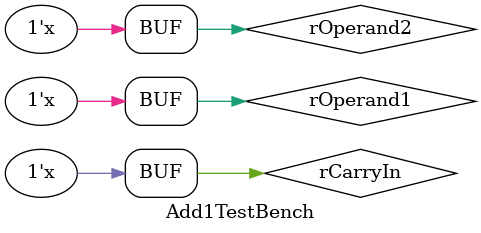
<source format=v>
`timescale 1ns / 1ps


module Add1TestBench();
    reg rOperand1, rOperand2, rCarryIn;
    wire wResult, wCarryOut;
    
    parameter pDelay = 100;
    
    Add1Top adTest
    (
        ._A(rOperand1),
        ._B(rOperand2),
        ._CI(rCarryIn),
        ._S(wResult),
        ._CO(wCarryOut)
    );
    
    initial 
    begin 
        rOperand1 = 1'b0;
        rOperand2 = 1'b0;
        rCarryIn = 1'b0;
    end
    
    always 
    begin
       #pDelay { rOperand1,rOperand2,rCarryIn } = { rOperand1,rOperand2,rCarryIn } + 1'b1;
    end
    
endmodule

</source>
